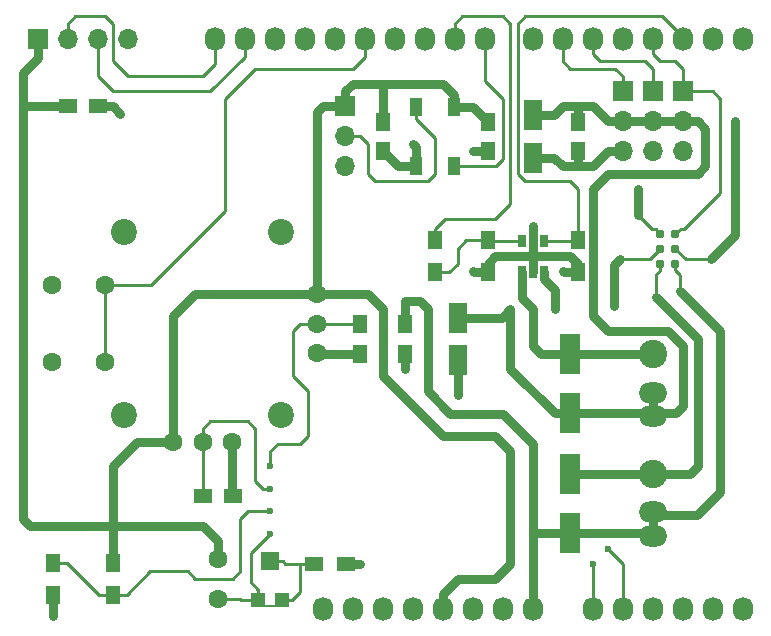
<source format=gtl>
G04 #@! TF.FileFunction,Copper,L1,Top,Signal*
%FSLAX46Y46*%
G04 Gerber Fmt 4.6, Leading zero omitted, Abs format (unit mm)*
G04 Created by KiCad (PCBNEW 4.0.7-e2-6376~58~ubuntu16.04.1) date Mon Oct  9 19:50:18 2017*
%MOMM*%
%LPD*%
G01*
G04 APERTURE LIST*
%ADD10C,0.100000*%
%ADD11R,1.700000X1.700000*%
%ADD12O,1.700000X1.700000*%
%ADD13R,1.600000X2.600000*%
%ADD14R,1.000000X1.600000*%
%ADD15R,1.300000X1.500000*%
%ADD16R,1.500000X1.300000*%
%ADD17R,0.700000X1.000000*%
%ADD18O,1.727200X2.032000*%
%ADD19R,1.800860X3.500120*%
%ADD20R,1.500000X1.250000*%
%ADD21R,1.250000X1.500000*%
%ADD22C,1.600000*%
%ADD23R,1.200000X1.200000*%
%ADD24R,1.600000X1.600000*%
%ADD25R,1.200000X0.200000*%
%ADD26C,0.787400*%
%ADD27C,2.200000*%
%ADD28C,2.400000*%
%ADD29O,2.400000X1.800000*%
%ADD30C,0.600000*%
%ADD31C,0.750000*%
%ADD32C,0.254000*%
%ADD33C,0.250000*%
%ADD34C,0.120000*%
G04 APERTURE END LIST*
D10*
D11*
X164338000Y-80010000D03*
D12*
X164338000Y-82550000D03*
X164338000Y-85090000D03*
D13*
X156718000Y-82020000D03*
X156718000Y-85620000D03*
D14*
X146863000Y-86320000D03*
X150063000Y-86320000D03*
X146863000Y-81320000D03*
X150063000Y-81320000D03*
D15*
X121158000Y-119935000D03*
X121158000Y-122635000D03*
X160528000Y-95330000D03*
X160528000Y-92630000D03*
X152908000Y-95330000D03*
X152908000Y-92630000D03*
X148463000Y-95330000D03*
X148463000Y-92630000D03*
X116078000Y-119935000D03*
X116078000Y-122635000D03*
D16*
X138223000Y-120015000D03*
X140923000Y-120015000D03*
D17*
X157668000Y-92680000D03*
X156718000Y-92680000D03*
X155768000Y-92680000D03*
X155768000Y-95280000D03*
X157668000Y-95280000D03*
X156718000Y-95280000D03*
D18*
X156718000Y-75565000D03*
X159258000Y-75565000D03*
X161798000Y-75565000D03*
X164338000Y-75565000D03*
X166878000Y-75565000D03*
X169418000Y-75565000D03*
X171958000Y-75565000D03*
X174498000Y-75565000D03*
X129794000Y-75565000D03*
X132334000Y-75565000D03*
X134874000Y-75565000D03*
X137414000Y-75565000D03*
X139954000Y-75565000D03*
X142494000Y-75565000D03*
X145034000Y-75565000D03*
X147574000Y-75565000D03*
X150114000Y-75565000D03*
X152654000Y-75565000D03*
X161798000Y-123825000D03*
X164338000Y-123825000D03*
X166878000Y-123825000D03*
X169418000Y-123825000D03*
X171958000Y-123825000D03*
X174498000Y-123825000D03*
X138938000Y-123825000D03*
X141478000Y-123825000D03*
X144018000Y-123825000D03*
X146558000Y-123825000D03*
X149098000Y-123825000D03*
X151638000Y-123825000D03*
X154178000Y-123825000D03*
X156718000Y-123825000D03*
D11*
X114808000Y-75565000D03*
D12*
X117348000Y-75565000D03*
X119888000Y-75565000D03*
X122428000Y-75565000D03*
D11*
X140843000Y-81280000D03*
D12*
X140843000Y-83820000D03*
X140843000Y-86360000D03*
D11*
X166878000Y-80010000D03*
D12*
X166878000Y-82550000D03*
X166878000Y-85090000D03*
D11*
X169418000Y-80010000D03*
D12*
X169418000Y-82550000D03*
X169418000Y-85090000D03*
D19*
X159893000Y-107274360D03*
X159893000Y-102275640D03*
X159893000Y-117434360D03*
X159893000Y-112435640D03*
D20*
X117368000Y-81280000D03*
X119868000Y-81280000D03*
D21*
X144018000Y-82570000D03*
X144018000Y-85070000D03*
X160528000Y-82570000D03*
X160528000Y-85070000D03*
X152908000Y-82570000D03*
X152908000Y-85070000D03*
X142113000Y-99715000D03*
X142113000Y-102215000D03*
D20*
X128798000Y-114300000D03*
X131298000Y-114300000D03*
D21*
X145923000Y-99715000D03*
X145923000Y-102215000D03*
D13*
X150368000Y-99165000D03*
X150368000Y-102765000D03*
D22*
X130048000Y-119583200D03*
X130048000Y-122986800D03*
D23*
X133493000Y-123085000D03*
X135493000Y-123085000D03*
D24*
X134493000Y-119785000D03*
D25*
X133893000Y-123585000D03*
X135093000Y-123585000D03*
D26*
X168783000Y-94615000D03*
X167513000Y-94615000D03*
X168783000Y-93345000D03*
X167513000Y-93345000D03*
X168783000Y-92075000D03*
X167513000Y-92075000D03*
D22*
X116028000Y-102945000D03*
X116028000Y-96445000D03*
X120528000Y-96445000D03*
X120528000Y-102945000D03*
X138428000Y-102195000D03*
X138428000Y-99695000D03*
X138428000Y-97195000D03*
X131278000Y-109695000D03*
X128778000Y-109695000D03*
X126278000Y-109695000D03*
D27*
X122128000Y-107445000D03*
X122128000Y-91945000D03*
X135428000Y-91945000D03*
X135428000Y-107445000D03*
D28*
X166878000Y-112395000D03*
D29*
X166878000Y-117645000D03*
X166878000Y-115645000D03*
D28*
X166878000Y-102275000D03*
D29*
X166878000Y-107525000D03*
X166878000Y-105525000D03*
D30*
X165608000Y-88264976D03*
X159258000Y-95250000D03*
X151638000Y-95250000D03*
X156718000Y-91440000D03*
X151638000Y-85090000D03*
X146558000Y-84455000D03*
X150368000Y-105695000D03*
X121793000Y-81915000D03*
X145923000Y-103505000D03*
X116078000Y-124460000D03*
X142113000Y-120015000D03*
X145923000Y-97790000D03*
X161798000Y-120015000D03*
X134493000Y-113665000D03*
X163068000Y-118745000D03*
X134493000Y-111760000D03*
X134493000Y-117475000D03*
X134493000Y-115570000D03*
X173863018Y-82550000D03*
X154813000Y-98425000D03*
X158623000Y-98425000D03*
X163576000Y-98171000D03*
D31*
X149098000Y-123825000D02*
X149098000Y-122555000D01*
X149098000Y-122555000D02*
X150368000Y-121285000D01*
X150368000Y-121285000D02*
X153543000Y-121285000D01*
X153543000Y-121285000D02*
X154813000Y-120015000D01*
X154813000Y-120015000D02*
X154813000Y-110490000D01*
X154813000Y-110490000D02*
X153543000Y-109220000D01*
X153543000Y-109220000D02*
X149098000Y-109220000D01*
X149098000Y-109220000D02*
X144018000Y-104140000D01*
X144018000Y-104140000D02*
X144018000Y-98425000D01*
X144018000Y-98425000D02*
X142788000Y-97195000D01*
X142788000Y-97195000D02*
X138428000Y-97195000D01*
X149098000Y-79375000D02*
X144018000Y-79375000D01*
X144018000Y-79375000D02*
X141478000Y-79375000D01*
X144018000Y-82570000D02*
X144018000Y-79375000D01*
X140843000Y-80010000D02*
X141478000Y-79375000D01*
X140843000Y-80010000D02*
X140843000Y-81280000D01*
X150063000Y-81320000D02*
X150063000Y-80340000D01*
X150063000Y-80340000D02*
X149098000Y-79375000D01*
X138428000Y-81790000D02*
X138938000Y-81280000D01*
X138938000Y-81280000D02*
X140843000Y-81280000D01*
X138428000Y-97195000D02*
X138428000Y-81790000D01*
X150063000Y-81320000D02*
X151658000Y-81320000D01*
X151658000Y-81320000D02*
X152908000Y-82570000D01*
X113538000Y-78435000D02*
X113538000Y-81280000D01*
X113538000Y-81280000D02*
X113538000Y-116205000D01*
X117368000Y-81280000D02*
X113538000Y-81280000D01*
X113538000Y-116205000D02*
X114173000Y-116840000D01*
X114173000Y-116840000D02*
X121158000Y-116840000D01*
X114808000Y-75565000D02*
X114808000Y-77165000D01*
X114808000Y-77165000D02*
X113538000Y-78435000D01*
X126278000Y-109695000D02*
X126278000Y-99020000D01*
X126278000Y-99020000D02*
X128103000Y-97195000D01*
X126278000Y-109695000D02*
X123223000Y-109695000D01*
X123223000Y-109695000D02*
X121158000Y-111760000D01*
X121158000Y-111760000D02*
X121158000Y-116840000D01*
X138428000Y-97195000D02*
X128103000Y-97195000D01*
X130048000Y-119583200D02*
X130048000Y-118110000D01*
X128778000Y-116840000D02*
X121158000Y-116840000D01*
X130048000Y-118110000D02*
X128778000Y-116840000D01*
X121158000Y-119935000D02*
X121158000Y-116840000D01*
X165608000Y-90498006D02*
X165608000Y-88264976D01*
D32*
X167119301Y-91681301D02*
X166791295Y-91681301D01*
X167513000Y-92075000D02*
X167119301Y-91681301D01*
X166791295Y-91681301D02*
X165608000Y-90498006D01*
D31*
X160528000Y-95330000D02*
X159338000Y-95330000D01*
X159338000Y-95330000D02*
X159258000Y-95250000D01*
X152908000Y-95330000D02*
X151718000Y-95330000D01*
X151718000Y-95330000D02*
X151638000Y-95250000D01*
X156718000Y-92680000D02*
X156718000Y-91440000D01*
X152908000Y-85070000D02*
X151658000Y-85070000D01*
X151658000Y-85070000D02*
X151638000Y-85090000D01*
X146863000Y-86320000D02*
X146863000Y-84760000D01*
X146863000Y-84760000D02*
X146558000Y-84455000D01*
X153543000Y-93980000D02*
X152908000Y-94615000D01*
X152908000Y-94615000D02*
X152908000Y-95330000D01*
X156718000Y-93980000D02*
X153543000Y-93980000D01*
X156718000Y-93980000D02*
X159893000Y-93980000D01*
X159893000Y-93980000D02*
X160528000Y-94615000D01*
X160528000Y-94615000D02*
X160528000Y-95330000D01*
X156718000Y-93980000D02*
X156718000Y-95280000D01*
X156718000Y-92680000D02*
X156718000Y-93980000D01*
X152908000Y-95230000D02*
X152908000Y-95330000D01*
X146863000Y-86320000D02*
X145268000Y-86320000D01*
X145268000Y-86320000D02*
X144018000Y-85070000D01*
X161798000Y-86360000D02*
X160528000Y-86360000D01*
X160528000Y-86360000D02*
X159258000Y-86360000D01*
X160528000Y-85070000D02*
X160528000Y-86360000D01*
X164338000Y-85090000D02*
X163068000Y-85090000D01*
X163068000Y-85090000D02*
X161798000Y-86360000D01*
X159258000Y-86360000D02*
X158518000Y-85620000D01*
X158518000Y-85620000D02*
X156718000Y-85620000D01*
X150368000Y-102765000D02*
X150368000Y-105695000D01*
X119868000Y-81280000D02*
X121158000Y-81280000D01*
X121158000Y-81280000D02*
X121793000Y-81915000D01*
X145923000Y-102215000D02*
X145923000Y-103505000D01*
X131278000Y-109695000D02*
X131278000Y-114280000D01*
X131278000Y-114280000D02*
X131298000Y-114300000D01*
X116078000Y-124460000D02*
X116078000Y-122635000D01*
X131298000Y-109965000D02*
X131278000Y-109945000D01*
X142113000Y-102215000D02*
X138448000Y-102215000D01*
X138448000Y-102215000D02*
X138428000Y-102195000D01*
X142113000Y-120015000D02*
X140923000Y-120015000D01*
X154178000Y-107315000D02*
X149733000Y-107315000D01*
X147828000Y-98425000D02*
X147828000Y-105410000D01*
X149733000Y-107315000D02*
X147828000Y-105410000D01*
X156718000Y-109855000D02*
X154178000Y-107315000D01*
X156718000Y-117434360D02*
X156718000Y-109855000D01*
X156718000Y-123825000D02*
X156718000Y-117434360D01*
X156718000Y-117434360D02*
X159893000Y-117434360D01*
X172593000Y-113919000D02*
X170617000Y-115895000D01*
X170617000Y-115895000D02*
X166878000Y-115895000D01*
X172593000Y-100330000D02*
X172593000Y-113919000D01*
X169164000Y-96901000D02*
X172593000Y-100330000D01*
D32*
X169164000Y-95552775D02*
X169164000Y-96901000D01*
X168783000Y-94615000D02*
X168783000Y-95171775D01*
X168783000Y-95171775D02*
X169164000Y-95552775D01*
D31*
X166878000Y-117395000D02*
X159932360Y-117395000D01*
X159932360Y-117395000D02*
X159893000Y-117434360D01*
X147193000Y-97790000D02*
X147828000Y-98425000D01*
X145923000Y-97790000D02*
X147193000Y-97790000D01*
X145923000Y-99715000D02*
X145923000Y-97790000D01*
X166878000Y-117435000D02*
X166878000Y-115935000D01*
D33*
X128778000Y-109695000D02*
X128778000Y-114280000D01*
X128778000Y-114280000D02*
X128798000Y-114300000D01*
X128778000Y-109695000D02*
X128778000Y-108585000D01*
X161798000Y-120015000D02*
X161798000Y-123825000D01*
X129413000Y-107950000D02*
X132588000Y-107950000D01*
X133223000Y-108585000D02*
X132588000Y-107950000D01*
X133223000Y-113030000D02*
X133223000Y-108585000D01*
X133858000Y-113665000D02*
X133223000Y-113030000D01*
X134493000Y-113665000D02*
X133858000Y-113665000D01*
X128778000Y-108585000D02*
X129413000Y-107950000D01*
X128798000Y-109965000D02*
X128778000Y-109945000D01*
X164338000Y-120015000D02*
X164338000Y-123825000D01*
X163068000Y-118745000D02*
X164338000Y-120015000D01*
X136398000Y-100330000D02*
X137033000Y-99695000D01*
X137033000Y-99695000D02*
X138428000Y-99695000D01*
X136398000Y-104140000D02*
X136398000Y-100330000D01*
X137668000Y-105410000D02*
X136398000Y-104140000D01*
X137668000Y-109220000D02*
X137668000Y-105410000D01*
X137033000Y-109855000D02*
X137668000Y-109220000D01*
X135128000Y-109855000D02*
X137033000Y-109855000D01*
X134493000Y-110490000D02*
X135128000Y-109855000D01*
X134493000Y-111760000D02*
X134493000Y-110490000D01*
X142113000Y-99715000D02*
X138448000Y-99715000D01*
X138448000Y-99715000D02*
X138428000Y-99695000D01*
X133493000Y-123085000D02*
X133493000Y-122190000D01*
X133493000Y-122190000D02*
X132842000Y-121539000D01*
X132842000Y-121539000D02*
X132842000Y-119126000D01*
X132842000Y-119126000D02*
X134493000Y-117475000D01*
X133493000Y-123085000D02*
X132051200Y-123085000D01*
X132051200Y-123085000D02*
X131953000Y-122986800D01*
X131953000Y-122986800D02*
X130048000Y-122986800D01*
D34*
X133493000Y-123085000D02*
X133493000Y-123185000D01*
X133493000Y-123185000D02*
X133893000Y-123585000D01*
X135093000Y-123585000D02*
X133893000Y-123585000D01*
X135493000Y-123085000D02*
X135493000Y-123185000D01*
X135493000Y-123185000D02*
X135093000Y-123585000D01*
D33*
X134493000Y-119785000D02*
X135543000Y-119785000D01*
X135543000Y-119785000D02*
X135773000Y-120015000D01*
X135773000Y-120015000D02*
X137033000Y-120015000D01*
X135493000Y-123085000D02*
X136343000Y-123085000D01*
X136343000Y-123085000D02*
X137033000Y-122395000D01*
X137033000Y-122395000D02*
X137033000Y-120015000D01*
X137033000Y-120015000D02*
X138223000Y-120015000D01*
X124333000Y-120650000D02*
X122348000Y-122635000D01*
X122348000Y-122635000D02*
X121158000Y-122635000D01*
X127508000Y-120650000D02*
X124333000Y-120650000D01*
X128143000Y-121285000D02*
X127508000Y-120650000D01*
X131318000Y-121285000D02*
X128143000Y-121285000D01*
X131953000Y-120650000D02*
X131318000Y-121285000D01*
X131953000Y-116205000D02*
X131953000Y-120650000D01*
X132588000Y-115570000D02*
X131953000Y-116205000D01*
X134493000Y-115570000D02*
X132588000Y-115570000D01*
X121158000Y-122635000D02*
X119968000Y-122635000D01*
X117268000Y-119935000D02*
X119968000Y-122635000D01*
X117268000Y-119935000D02*
X116078000Y-119935000D01*
X132334000Y-75565000D02*
X132334000Y-77089000D01*
X132334000Y-77089000D02*
X129413000Y-80010000D01*
X121158000Y-80010000D02*
X119888000Y-78740000D01*
X129413000Y-80010000D02*
X121158000Y-80010000D01*
X119888000Y-78740000D02*
X119888000Y-75565000D01*
X129794000Y-75565000D02*
X129794000Y-77724000D01*
X129794000Y-77724000D02*
X128778000Y-78740000D01*
X122428000Y-78740000D02*
X121158000Y-77470000D01*
X128778000Y-78740000D02*
X122428000Y-78740000D01*
X121158000Y-74295000D02*
X120523000Y-73660000D01*
X121158000Y-77470000D02*
X121158000Y-74295000D01*
X117983000Y-73660000D02*
X117348000Y-74295000D01*
X117348000Y-74295000D02*
X117348000Y-75565000D01*
X120523000Y-73660000D02*
X117983000Y-73660000D01*
X150114000Y-75565000D02*
X150114000Y-74299000D01*
X150114000Y-74299000D02*
X150753000Y-73660000D01*
X149288000Y-90805000D02*
X148463000Y-91630000D01*
X150753000Y-73660000D02*
X154178000Y-73660000D01*
X154813000Y-74295000D02*
X154813000Y-89535000D01*
X154178000Y-73660000D02*
X154813000Y-74295000D01*
X154813000Y-89535000D02*
X153543000Y-90805000D01*
X153543000Y-90805000D02*
X149288000Y-90805000D01*
X148463000Y-91630000D02*
X148463000Y-92630000D01*
X154178000Y-80645000D02*
X152654000Y-79121000D01*
X152654000Y-79121000D02*
X152654000Y-75565000D01*
X154178000Y-85725000D02*
X154178000Y-80645000D01*
X153583000Y-86320000D02*
X154178000Y-85725000D01*
X150063000Y-86320000D02*
X153583000Y-86320000D01*
X159258000Y-77470000D02*
X159258000Y-75565000D01*
X159893000Y-78105000D02*
X159258000Y-77470000D01*
X163703000Y-78105000D02*
X159893000Y-78105000D01*
X164338000Y-78740000D02*
X163703000Y-78105000D01*
X164338000Y-80010000D02*
X164338000Y-78740000D01*
X166243000Y-77470000D02*
X162433000Y-77470000D01*
X161798000Y-76835000D02*
X161798000Y-75565000D01*
X162433000Y-77470000D02*
X161798000Y-76835000D01*
X166878000Y-80010000D02*
X166878000Y-78105000D01*
X166878000Y-78105000D02*
X166243000Y-77470000D01*
D32*
X172593000Y-81280000D02*
X172593000Y-88593006D01*
X172593000Y-88593006D02*
X169558705Y-91627301D01*
D33*
X172593000Y-80645000D02*
X171958000Y-80010000D01*
X171958000Y-80010000D02*
X169418000Y-80010000D01*
X172593000Y-81280000D02*
X172593000Y-80645000D01*
D32*
X169230699Y-91627301D02*
X169558705Y-91627301D01*
X168783000Y-92075000D02*
X169230699Y-91627301D01*
D33*
X169418000Y-78105000D02*
X169418000Y-80010000D01*
X168783000Y-77470000D02*
X169418000Y-78105000D01*
X167513000Y-77470000D02*
X166878000Y-76835000D01*
X167513000Y-77470000D02*
X168783000Y-77470000D01*
X166878000Y-76835000D02*
X166878000Y-75565000D01*
X166878000Y-75565000D02*
X166878000Y-75717400D01*
X160528000Y-92630000D02*
X160528000Y-88265000D01*
X160528000Y-88265000D02*
X159893000Y-87630000D01*
X159893000Y-87630000D02*
X156083000Y-87630000D01*
X156083000Y-87630000D02*
X155448000Y-86995000D01*
X155448000Y-74295000D02*
X156083000Y-73660000D01*
X167665400Y-73660000D02*
X169418000Y-75412600D01*
X155448000Y-86995000D02*
X155448000Y-74295000D01*
X156083000Y-73660000D02*
X167665400Y-73660000D01*
X169418000Y-75412600D02*
X169418000Y-75565000D01*
X157668000Y-92680000D02*
X160478000Y-92680000D01*
X160478000Y-92680000D02*
X160528000Y-92630000D01*
X141478000Y-78105000D02*
X142494000Y-77089000D01*
X142494000Y-77089000D02*
X142494000Y-75565000D01*
X133223000Y-78105000D02*
X141478000Y-78105000D01*
X130683000Y-80645000D02*
X133223000Y-78105000D01*
X130683000Y-90170000D02*
X130683000Y-80645000D01*
X124408000Y-96445000D02*
X130683000Y-90170000D01*
X120528000Y-96445000D02*
X124408000Y-96445000D01*
X120528000Y-102945000D02*
X120528000Y-96445000D01*
D31*
X159893000Y-107274360D02*
X158582360Y-107274360D01*
X158582360Y-107274360D02*
X154813000Y-103505000D01*
X154813000Y-103505000D02*
X154813000Y-98425000D01*
X173863018Y-92201982D02*
X173863018Y-82550000D01*
X171831000Y-94234000D02*
X173863018Y-92201982D01*
D32*
X169672000Y-94234000D02*
X171831000Y-94234000D01*
X168783000Y-93345000D02*
X169672000Y-94234000D01*
D31*
X169418000Y-106685000D02*
X169418000Y-101600000D01*
X166878000Y-107275000D02*
X168828000Y-107275000D01*
X163068000Y-86995000D02*
X170688000Y-86995000D01*
X170688000Y-86995000D02*
X171323000Y-86360000D01*
X168828000Y-107275000D02*
X169418000Y-106685000D01*
X169418000Y-101600000D02*
X168148000Y-100330000D01*
X168148000Y-100330000D02*
X163068000Y-100330000D01*
X163068000Y-100330000D02*
X161798000Y-99060000D01*
X161798000Y-99060000D02*
X161798000Y-88265000D01*
X171323000Y-86360000D02*
X171323000Y-83185000D01*
X161798000Y-88265000D02*
X163068000Y-86995000D01*
X171323000Y-83185000D02*
X170688000Y-82550000D01*
X170688000Y-82550000D02*
X169418000Y-82550000D01*
X166878000Y-107275000D02*
X159893640Y-107275000D01*
X159893640Y-107275000D02*
X159893000Y-107274360D01*
X161798000Y-81280000D02*
X160528000Y-81280000D01*
X160528000Y-81280000D02*
X159258000Y-81280000D01*
X160528000Y-82570000D02*
X160528000Y-81280000D01*
X164338000Y-82550000D02*
X163068000Y-82550000D01*
X163068000Y-82550000D02*
X161798000Y-81280000D01*
X159258000Y-81280000D02*
X158518000Y-82020000D01*
X158518000Y-82020000D02*
X156718000Y-82020000D01*
X166878000Y-82550000D02*
X164338000Y-82550000D01*
X169418000Y-82550000D02*
X166878000Y-82550000D01*
X154073000Y-99165000D02*
X154813000Y-98425000D01*
X150368000Y-99165000D02*
X154073000Y-99165000D01*
X166878000Y-107275000D02*
X166878000Y-105775000D01*
D33*
X146863000Y-81320000D02*
X146863000Y-82370000D01*
X142748000Y-84455000D02*
X142113000Y-83820000D01*
X146863000Y-82370000D02*
X148463000Y-83970000D01*
X148463000Y-83970000D02*
X148463000Y-86995000D01*
X148463000Y-86995000D02*
X147828000Y-87630000D01*
X147828000Y-87630000D02*
X143383000Y-87630000D01*
X143383000Y-87630000D02*
X142748000Y-86995000D01*
X142748000Y-86995000D02*
X142748000Y-84455000D01*
X142113000Y-83820000D02*
X140843000Y-83820000D01*
X150368000Y-94615000D02*
X149653000Y-95330000D01*
X149653000Y-95330000D02*
X148463000Y-95330000D01*
X150368000Y-93325000D02*
X150368000Y-94615000D01*
X152908000Y-92630000D02*
X151063000Y-92630000D01*
X151063000Y-92630000D02*
X150368000Y-93325000D01*
X155768000Y-92680000D02*
X152958000Y-92680000D01*
X152958000Y-92680000D02*
X152908000Y-92630000D01*
D31*
X158623000Y-98425000D02*
X158623000Y-96840000D01*
X157668000Y-95885000D02*
X157668000Y-95280000D01*
X158623000Y-96840000D02*
X157668000Y-95885000D01*
X170688000Y-111760000D02*
X170053000Y-112395000D01*
X170053000Y-112395000D02*
X166878000Y-112395000D01*
X170688000Y-100965000D02*
X170688000Y-111760000D01*
X167132000Y-97409000D02*
X170688000Y-100965000D01*
D32*
X167132000Y-95552775D02*
X167132000Y-97409000D01*
X167513000Y-94615000D02*
X167513000Y-95171775D01*
X167513000Y-95171775D02*
X167132000Y-95552775D01*
D31*
X166878000Y-112395000D02*
X159933640Y-112395000D01*
X159933640Y-112395000D02*
X159893000Y-112435640D01*
X155768000Y-95280000D02*
X155768000Y-97475000D01*
X157393640Y-102275640D02*
X159893000Y-102275640D01*
X155768000Y-97475000D02*
X156718000Y-98425000D01*
X156718000Y-98425000D02*
X156718000Y-101600000D01*
X156718000Y-101600000D02*
X157393640Y-102275640D01*
X163576000Y-94742000D02*
X163576000Y-98171000D01*
X164084000Y-94234000D02*
X163576000Y-94742000D01*
D32*
X166624000Y-94234000D02*
X164084000Y-94234000D01*
X167513000Y-93345000D02*
X166624000Y-94234000D01*
D31*
X166878000Y-102275000D02*
X159893640Y-102275000D01*
X159893640Y-102275000D02*
X159893000Y-102275640D01*
X166877360Y-102275640D02*
X166878000Y-102275000D01*
M02*

</source>
